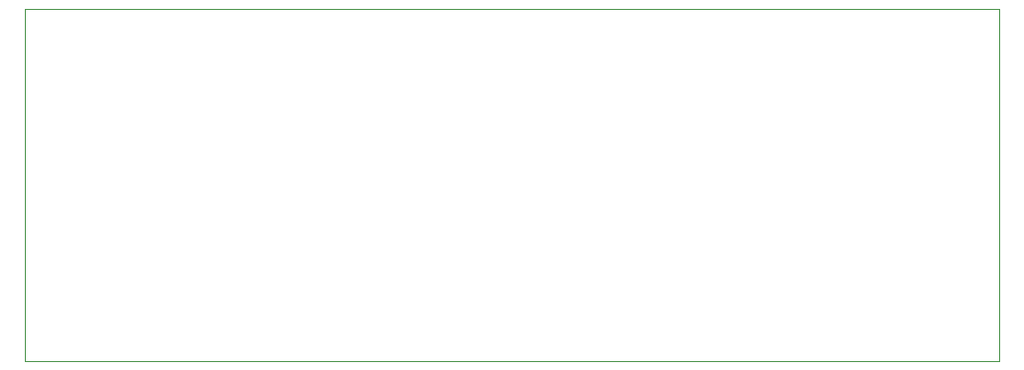
<source format=gbr>
%TF.GenerationSoftware,KiCad,Pcbnew,7.0.7*%
%TF.CreationDate,2024-03-03T11:29:50+01:00*%
%TF.ProjectId,Base,42617365-2e6b-4696-9361-645f70636258,rev?*%
%TF.SameCoordinates,Original*%
%TF.FileFunction,Profile,NP*%
%FSLAX46Y46*%
G04 Gerber Fmt 4.6, Leading zero omitted, Abs format (unit mm)*
G04 Created by KiCad (PCBNEW 7.0.7) date 2024-03-03 11:29:50*
%MOMM*%
%LPD*%
G01*
G04 APERTURE LIST*
%TA.AperFunction,Profile*%
%ADD10C,0.100000*%
%TD*%
G04 APERTURE END LIST*
D10*
X101600000Y-58420000D02*
X184600000Y-58420000D01*
X184600000Y-88420000D01*
X101600000Y-88420000D01*
X101600000Y-58420000D01*
M02*

</source>
